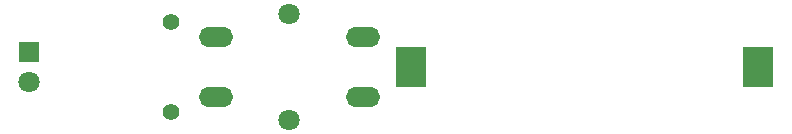
<source format=gts>
%TF.GenerationSoftware,KiCad,Pcbnew,9.0.2*%
%TF.CreationDate,2025-06-10T04:14:28+06:00*%
%TF.ProjectId,project_1_led torch,70726f6a-6563-4745-9f31-5f6c65642074,1*%
%TF.SameCoordinates,Original*%
%TF.FileFunction,Soldermask,Top*%
%TF.FilePolarity,Negative*%
%FSLAX46Y46*%
G04 Gerber Fmt 4.6, Leading zero omitted, Abs format (unit mm)*
G04 Created by KiCad (PCBNEW 9.0.2) date 2025-06-10 04:14:28*
%MOMM*%
%LPD*%
G01*
G04 APERTURE LIST*
%ADD10R,2.540000X3.510000*%
%ADD11R,1.800000X1.800000*%
%ADD12C,1.800000*%
%ADD13O,2.900000X1.700000*%
%ADD14C,1.400000*%
G04 APERTURE END LIST*
D10*
%TO.C,BT1*%
X124680000Y-96000000D03*
X95320000Y-96000000D03*
%TD*%
D11*
%TO.C,D1*%
X63000000Y-94725000D03*
D12*
X63000000Y-97265000D03*
%TD*%
%TO.C,SW1*%
X85000000Y-91500000D03*
X85000000Y-100500000D03*
D13*
X78750000Y-93500000D03*
X91250000Y-93500000D03*
X78750000Y-98500000D03*
X91250000Y-98500000D03*
%TD*%
D14*
%TO.C,R1*%
X75000000Y-92190000D03*
X75000000Y-99810000D03*
%TD*%
M02*

</source>
